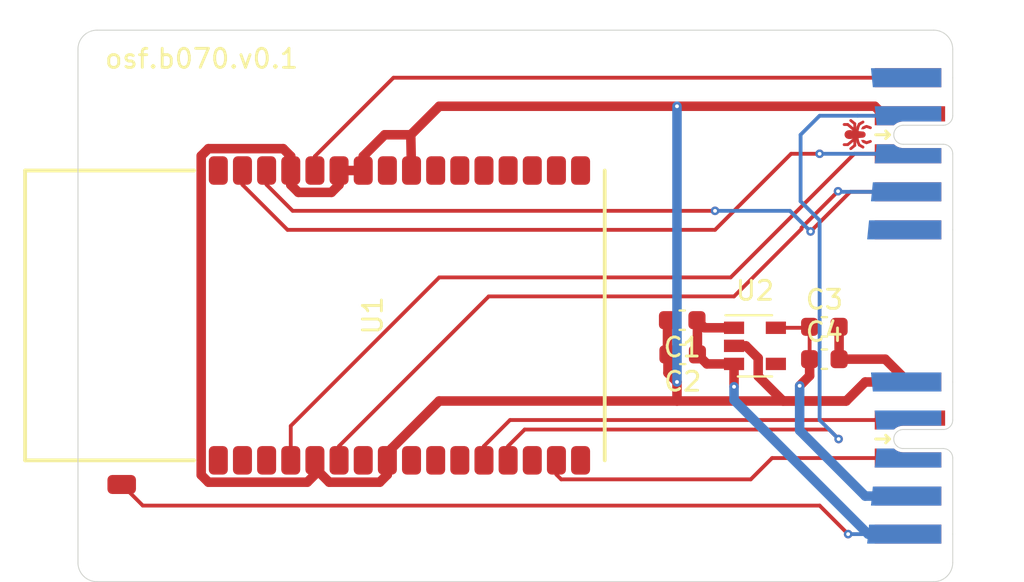
<source format=kicad_pcb>
(kicad_pcb (version 20171130) (host pcbnew "(5.1.8)-1")

  (general
    (thickness 1.6)
    (drawings 11)
    (tracks 133)
    (zones 0)
    (modules 8)
    (nets 36)
  )

  (page A4)
  (layers
    (0 F.Cu signal)
    (31 B.Cu signal)
    (32 B.Adhes user)
    (33 F.Adhes user)
    (34 B.Paste user)
    (35 F.Paste user)
    (36 B.SilkS user)
    (37 F.SilkS user)
    (38 B.Mask user)
    (39 F.Mask user)
    (40 Dwgs.User user)
    (41 Cmts.User user)
    (42 Eco1.User user)
    (43 Eco2.User user)
    (44 Edge.Cuts user)
    (45 Margin user)
    (46 B.CrtYd user)
    (47 F.CrtYd user)
    (48 B.Fab user)
    (49 F.Fab user)
  )

  (setup
    (last_trace_width 0.15)
    (user_trace_width 0.2)
    (user_trace_width 0.5)
    (trace_clearance 0.15)
    (zone_clearance 0.4)
    (zone_45_only no)
    (trace_min 0.15)
    (via_size 0.45)
    (via_drill 0.2)
    (via_min_size 0.45)
    (via_min_drill 0.2)
    (uvia_size 0.3)
    (uvia_drill 0.1)
    (uvias_allowed no)
    (uvia_min_size 0.2)
    (uvia_min_drill 0.1)
    (edge_width 0.05)
    (segment_width 0.2)
    (pcb_text_width 0.3)
    (pcb_text_size 1.5 1.5)
    (mod_edge_width 0.12)
    (mod_text_size 1 1)
    (mod_text_width 0.15)
    (pad_size 1.524 1.524)
    (pad_drill 0.762)
    (pad_to_mask_clearance 0.04)
    (solder_mask_min_width 0.1)
    (aux_axis_origin 0 0)
    (visible_elements 7FFFFFFF)
    (pcbplotparams
      (layerselection 0x010fc_ffffffff)
      (usegerberextensions false)
      (usegerberattributes false)
      (usegerberadvancedattributes false)
      (creategerberjobfile false)
      (excludeedgelayer true)
      (linewidth 0.100000)
      (plotframeref false)
      (viasonmask false)
      (mode 1)
      (useauxorigin false)
      (hpglpennumber 1)
      (hpglpenspeed 20)
      (hpglpendiameter 15.000000)
      (psnegative false)
      (psa4output false)
      (plotreference true)
      (plotvalue true)
      (plotinvisibletext false)
      (padsonsilk false)
      (subtractmaskfromsilk false)
      (outputformat 1)
      (mirror false)
      (drillshape 0)
      (scaleselection 1)
      (outputdirectory "../../../../../../../../Google Drive/PCBBestellung/12Dezember/101221/"))
  )

  (net 0 "")
  (net 1 GND)
  (net 2 "Net-(U1-Pad32)")
  (net 3 "Net-(U1-Pad25)")
  (net 4 "Net-(U1-Pad23)")
  (net 5 "Net-(U1-Pad21)")
  (net 6 "Net-(U1-Pad20)")
  (net 7 "Net-(U1-Pad19)")
  (net 8 "Net-(U1-Pad18)")
  (net 9 "Net-(U1-Pad17)")
  (net 10 "Net-(U1-Pad16)")
  (net 11 "Net-(U1-Pad14)")
  (net 12 "Net-(U1-Pad11)")
  (net 13 "Net-(U1-Pad10)")
  (net 14 "Net-(U1-Pad9)")
  (net 15 "Net-(U1-Pad7)")
  (net 16 "Net-(U1-Pad3)")
  (net 17 "Net-(U1-Pad2)")
  (net 18 "Net-(U1-Pad1)")
  (net 19 "Net-(J1-Pad7)")
  (net 20 "Net-(J1-Pad9)")
  (net 21 "Net-(J1-Pad8)")
  (net 22 "Net-(J1-Pad6)")
  (net 23 "Net-(J1-Pad10)")
  (net 24 "Net-(J1-Pad5)")
  (net 25 "Net-(J1-Pad3)")
  (net 26 "Net-(J1-Pad4)")
  (net 27 "Net-(J1-Pad2)")
  (net 28 "Net-(J2-Pad2)")
  (net 29 "Net-(J2-Pad3)")
  (net 30 "Net-(J2-Pad7)")
  (net 31 "Net-(J2-Pad6)")
  (net 32 "Net-(J2-Pad5)")
  (net 33 +5V)
  (net 34 +3V3)
  (net 35 "Net-(U2-Pad4)")

  (net_class Default "This is the default net class."
    (clearance 0.15)
    (trace_width 0.15)
    (via_dia 0.45)
    (via_drill 0.2)
    (uvia_dia 0.3)
    (uvia_drill 0.1)
    (add_net +3V3)
    (add_net +5V)
    (add_net GND)
    (add_net "Net-(J1-Pad10)")
    (add_net "Net-(J1-Pad2)")
    (add_net "Net-(J1-Pad3)")
    (add_net "Net-(J1-Pad4)")
    (add_net "Net-(J1-Pad5)")
    (add_net "Net-(J1-Pad6)")
    (add_net "Net-(J1-Pad7)")
    (add_net "Net-(J1-Pad8)")
    (add_net "Net-(J1-Pad9)")
    (add_net "Net-(J2-Pad2)")
    (add_net "Net-(J2-Pad3)")
    (add_net "Net-(J2-Pad5)")
    (add_net "Net-(J2-Pad6)")
    (add_net "Net-(J2-Pad7)")
    (add_net "Net-(U1-Pad1)")
    (add_net "Net-(U1-Pad10)")
    (add_net "Net-(U1-Pad11)")
    (add_net "Net-(U1-Pad14)")
    (add_net "Net-(U1-Pad16)")
    (add_net "Net-(U1-Pad17)")
    (add_net "Net-(U1-Pad18)")
    (add_net "Net-(U1-Pad19)")
    (add_net "Net-(U1-Pad2)")
    (add_net "Net-(U1-Pad20)")
    (add_net "Net-(U1-Pad21)")
    (add_net "Net-(U1-Pad23)")
    (add_net "Net-(U1-Pad25)")
    (add_net "Net-(U1-Pad3)")
    (add_net "Net-(U1-Pad32)")
    (add_net "Net-(U1-Pad7)")
    (add_net "Net-(U1-Pad9)")
    (add_net "Net-(U2-Pad4)")
  )

  (module Package_TO_SOT_SMD:SOT-23-5 (layer F.Cu) (tedit 5A02FF57) (tstamp 61B08329)
    (at 87.6 90.6)
    (descr "5-pin SOT23 package")
    (tags SOT-23-5)
    (path /61B08197/60BC600F)
    (attr smd)
    (fp_text reference U2 (at 0 -2.9) (layer F.SilkS)
      (effects (font (size 1 1) (thickness 0.15)))
    )
    (fp_text value TC1017-xCT (at 0 2.9) (layer F.Fab)
      (effects (font (size 1 1) (thickness 0.15)))
    )
    (fp_line (start 0.9 -1.55) (end 0.9 1.55) (layer F.Fab) (width 0.1))
    (fp_line (start 0.9 1.55) (end -0.9 1.55) (layer F.Fab) (width 0.1))
    (fp_line (start -0.9 -0.9) (end -0.9 1.55) (layer F.Fab) (width 0.1))
    (fp_line (start 0.9 -1.55) (end -0.25 -1.55) (layer F.Fab) (width 0.1))
    (fp_line (start -0.9 -0.9) (end -0.25 -1.55) (layer F.Fab) (width 0.1))
    (fp_line (start -1.9 1.8) (end -1.9 -1.8) (layer F.CrtYd) (width 0.05))
    (fp_line (start 1.9 1.8) (end -1.9 1.8) (layer F.CrtYd) (width 0.05))
    (fp_line (start 1.9 -1.8) (end 1.9 1.8) (layer F.CrtYd) (width 0.05))
    (fp_line (start -1.9 -1.8) (end 1.9 -1.8) (layer F.CrtYd) (width 0.05))
    (fp_line (start 0.9 -1.61) (end -1.55 -1.61) (layer F.SilkS) (width 0.12))
    (fp_line (start -0.9 1.61) (end 0.9 1.61) (layer F.SilkS) (width 0.12))
    (fp_text user %R (at 0 0 90) (layer F.Fab)
      (effects (font (size 0.5 0.5) (thickness 0.075)))
    )
    (pad 5 smd rect (at 1.1 -0.95) (size 1.06 0.65) (layers F.Cu F.Paste F.Mask)
      (net 34 +3V3))
    (pad 4 smd rect (at 1.1 0.95) (size 1.06 0.65) (layers F.Cu F.Paste F.Mask)
      (net 35 "Net-(U2-Pad4)"))
    (pad 3 smd rect (at -1.1 0.95) (size 1.06 0.65) (layers F.Cu F.Paste F.Mask)
      (net 33 +5V))
    (pad 2 smd rect (at -1.1 0) (size 1.06 0.65) (layers F.Cu F.Paste F.Mask)
      (net 1 GND))
    (pad 1 smd rect (at -1.1 -0.95) (size 1.06 0.65) (layers F.Cu F.Paste F.Mask)
      (net 33 +5V))
    (model ${KISYS3DMOD}/Package_TO_SOT_SMD.3dshapes/SOT-23-5.wrl
      (at (xyz 0 0 0))
      (scale (xyz 1 1 1))
      (rotate (xyz 0 0 0))
    )
  )

  (module Capacitor_SMD:C_0603_1608Metric (layer F.Cu) (tedit 5F68FEEE) (tstamp 61B081CC)
    (at 91.25 91.3)
    (descr "Capacitor SMD 0603 (1608 Metric), square (rectangular) end terminal, IPC_7351 nominal, (Body size source: IPC-SM-782 page 76, https://www.pcb-3d.com/wordpress/wp-content/uploads/ipc-sm-782a_amendment_1_and_2.pdf), generated with kicad-footprint-generator")
    (tags capacitor)
    (path /61B08197/60BCD992)
    (attr smd)
    (fp_text reference C4 (at 0 -1.43) (layer F.SilkS)
      (effects (font (size 1 1) (thickness 0.15)))
    )
    (fp_text value 1uF (at 0 1.43) (layer F.Fab)
      (effects (font (size 1 1) (thickness 0.15)))
    )
    (fp_line (start 1.48 0.73) (end -1.48 0.73) (layer F.CrtYd) (width 0.05))
    (fp_line (start 1.48 -0.73) (end 1.48 0.73) (layer F.CrtYd) (width 0.05))
    (fp_line (start -1.48 -0.73) (end 1.48 -0.73) (layer F.CrtYd) (width 0.05))
    (fp_line (start -1.48 0.73) (end -1.48 -0.73) (layer F.CrtYd) (width 0.05))
    (fp_line (start -0.14058 0.51) (end 0.14058 0.51) (layer F.SilkS) (width 0.12))
    (fp_line (start -0.14058 -0.51) (end 0.14058 -0.51) (layer F.SilkS) (width 0.12))
    (fp_line (start 0.8 0.4) (end -0.8 0.4) (layer F.Fab) (width 0.1))
    (fp_line (start 0.8 -0.4) (end 0.8 0.4) (layer F.Fab) (width 0.1))
    (fp_line (start -0.8 -0.4) (end 0.8 -0.4) (layer F.Fab) (width 0.1))
    (fp_line (start -0.8 0.4) (end -0.8 -0.4) (layer F.Fab) (width 0.1))
    (fp_text user %R (at 0 0) (layer F.Fab)
      (effects (font (size 0.4 0.4) (thickness 0.06)))
    )
    (pad 2 smd roundrect (at 0.775 0) (size 0.9 0.95) (layers F.Cu F.Paste F.Mask) (roundrect_rratio 0.25)
      (net 1 GND))
    (pad 1 smd roundrect (at -0.775 0) (size 0.9 0.95) (layers F.Cu F.Paste F.Mask) (roundrect_rratio 0.25)
      (net 34 +3V3))
    (model ${KISYS3DMOD}/Capacitor_SMD.3dshapes/C_0603_1608Metric.wrl
      (at (xyz 0 0 0))
      (scale (xyz 1 1 1))
      (rotate (xyz 0 0 0))
    )
  )

  (module Capacitor_SMD:C_0603_1608Metric (layer F.Cu) (tedit 5F68FEEE) (tstamp 61B081BB)
    (at 91.25 89.6)
    (descr "Capacitor SMD 0603 (1608 Metric), square (rectangular) end terminal, IPC_7351 nominal, (Body size source: IPC-SM-782 page 76, https://www.pcb-3d.com/wordpress/wp-content/uploads/ipc-sm-782a_amendment_1_and_2.pdf), generated with kicad-footprint-generator")
    (tags capacitor)
    (path /61B08197/60BC7E7F)
    (attr smd)
    (fp_text reference C3 (at 0 -1.43) (layer F.SilkS)
      (effects (font (size 1 1) (thickness 0.15)))
    )
    (fp_text value 10uF (at 0 1.43) (layer F.Fab)
      (effects (font (size 1 1) (thickness 0.15)))
    )
    (fp_line (start 1.48 0.73) (end -1.48 0.73) (layer F.CrtYd) (width 0.05))
    (fp_line (start 1.48 -0.73) (end 1.48 0.73) (layer F.CrtYd) (width 0.05))
    (fp_line (start -1.48 -0.73) (end 1.48 -0.73) (layer F.CrtYd) (width 0.05))
    (fp_line (start -1.48 0.73) (end -1.48 -0.73) (layer F.CrtYd) (width 0.05))
    (fp_line (start -0.14058 0.51) (end 0.14058 0.51) (layer F.SilkS) (width 0.12))
    (fp_line (start -0.14058 -0.51) (end 0.14058 -0.51) (layer F.SilkS) (width 0.12))
    (fp_line (start 0.8 0.4) (end -0.8 0.4) (layer F.Fab) (width 0.1))
    (fp_line (start 0.8 -0.4) (end 0.8 0.4) (layer F.Fab) (width 0.1))
    (fp_line (start -0.8 -0.4) (end 0.8 -0.4) (layer F.Fab) (width 0.1))
    (fp_line (start -0.8 0.4) (end -0.8 -0.4) (layer F.Fab) (width 0.1))
    (fp_text user %R (at 0 0) (layer F.Fab)
      (effects (font (size 0.4 0.4) (thickness 0.06)))
    )
    (pad 2 smd roundrect (at 0.775 0) (size 0.9 0.95) (layers F.Cu F.Paste F.Mask) (roundrect_rratio 0.25)
      (net 1 GND))
    (pad 1 smd roundrect (at -0.775 0) (size 0.9 0.95) (layers F.Cu F.Paste F.Mask) (roundrect_rratio 0.25)
      (net 34 +3V3))
    (model ${KISYS3DMOD}/Capacitor_SMD.3dshapes/C_0603_1608Metric.wrl
      (at (xyz 0 0 0))
      (scale (xyz 1 1 1))
      (rotate (xyz 0 0 0))
    )
  )

  (module Capacitor_SMD:C_0603_1608Metric (layer F.Cu) (tedit 5F68FEEE) (tstamp 61B081AA)
    (at 83.8 91.05 180)
    (descr "Capacitor SMD 0603 (1608 Metric), square (rectangular) end terminal, IPC_7351 nominal, (Body size source: IPC-SM-782 page 76, https://www.pcb-3d.com/wordpress/wp-content/uploads/ipc-sm-782a_amendment_1_and_2.pdf), generated with kicad-footprint-generator")
    (tags capacitor)
    (path /61B08197/60BC7848)
    (attr smd)
    (fp_text reference C2 (at 0 -1.43) (layer F.SilkS)
      (effects (font (size 1 1) (thickness 0.15)))
    )
    (fp_text value 1uF (at 0 1.43) (layer F.Fab)
      (effects (font (size 1 1) (thickness 0.15)))
    )
    (fp_line (start 1.48 0.73) (end -1.48 0.73) (layer F.CrtYd) (width 0.05))
    (fp_line (start 1.48 -0.73) (end 1.48 0.73) (layer F.CrtYd) (width 0.05))
    (fp_line (start -1.48 -0.73) (end 1.48 -0.73) (layer F.CrtYd) (width 0.05))
    (fp_line (start -1.48 0.73) (end -1.48 -0.73) (layer F.CrtYd) (width 0.05))
    (fp_line (start -0.14058 0.51) (end 0.14058 0.51) (layer F.SilkS) (width 0.12))
    (fp_line (start -0.14058 -0.51) (end 0.14058 -0.51) (layer F.SilkS) (width 0.12))
    (fp_line (start 0.8 0.4) (end -0.8 0.4) (layer F.Fab) (width 0.1))
    (fp_line (start 0.8 -0.4) (end 0.8 0.4) (layer F.Fab) (width 0.1))
    (fp_line (start -0.8 -0.4) (end 0.8 -0.4) (layer F.Fab) (width 0.1))
    (fp_line (start -0.8 0.4) (end -0.8 -0.4) (layer F.Fab) (width 0.1))
    (fp_text user %R (at 0 0) (layer F.Fab)
      (effects (font (size 0.4 0.4) (thickness 0.06)))
    )
    (pad 2 smd roundrect (at 0.775 0 180) (size 0.9 0.95) (layers F.Cu F.Paste F.Mask) (roundrect_rratio 0.25)
      (net 1 GND))
    (pad 1 smd roundrect (at -0.775 0 180) (size 0.9 0.95) (layers F.Cu F.Paste F.Mask) (roundrect_rratio 0.25)
      (net 33 +5V))
    (model ${KISYS3DMOD}/Capacitor_SMD.3dshapes/C_0603_1608Metric.wrl
      (at (xyz 0 0 0))
      (scale (xyz 1 1 1))
      (rotate (xyz 0 0 0))
    )
  )

  (module Capacitor_SMD:C_0603_1608Metric (layer F.Cu) (tedit 5F68FEEE) (tstamp 61B08199)
    (at 83.775 89.25 180)
    (descr "Capacitor SMD 0603 (1608 Metric), square (rectangular) end terminal, IPC_7351 nominal, (Body size source: IPC-SM-782 page 76, https://www.pcb-3d.com/wordpress/wp-content/uploads/ipc-sm-782a_amendment_1_and_2.pdf), generated with kicad-footprint-generator")
    (tags capacitor)
    (path /61B08197/60BCBACC)
    (attr smd)
    (fp_text reference C1 (at 0 -1.43) (layer F.SilkS)
      (effects (font (size 1 1) (thickness 0.15)))
    )
    (fp_text value 100nF (at 0 1.43) (layer F.Fab)
      (effects (font (size 1 1) (thickness 0.15)))
    )
    (fp_line (start 1.48 0.73) (end -1.48 0.73) (layer F.CrtYd) (width 0.05))
    (fp_line (start 1.48 -0.73) (end 1.48 0.73) (layer F.CrtYd) (width 0.05))
    (fp_line (start -1.48 -0.73) (end 1.48 -0.73) (layer F.CrtYd) (width 0.05))
    (fp_line (start -1.48 0.73) (end -1.48 -0.73) (layer F.CrtYd) (width 0.05))
    (fp_line (start -0.14058 0.51) (end 0.14058 0.51) (layer F.SilkS) (width 0.12))
    (fp_line (start -0.14058 -0.51) (end 0.14058 -0.51) (layer F.SilkS) (width 0.12))
    (fp_line (start 0.8 0.4) (end -0.8 0.4) (layer F.Fab) (width 0.1))
    (fp_line (start 0.8 -0.4) (end 0.8 0.4) (layer F.Fab) (width 0.1))
    (fp_line (start -0.8 -0.4) (end 0.8 -0.4) (layer F.Fab) (width 0.1))
    (fp_line (start -0.8 0.4) (end -0.8 -0.4) (layer F.Fab) (width 0.1))
    (fp_text user %R (at 0 0) (layer F.Fab)
      (effects (font (size 0.4 0.4) (thickness 0.06)))
    )
    (pad 2 smd roundrect (at 0.775 0 180) (size 0.9 0.95) (layers F.Cu F.Paste F.Mask) (roundrect_rratio 0.25)
      (net 1 GND))
    (pad 1 smd roundrect (at -0.775 0 180) (size 0.9 0.95) (layers F.Cu F.Paste F.Mask) (roundrect_rratio 0.25)
      (net 33 +5V))
    (model ${KISYS3DMOD}/Capacitor_SMD.3dshapes/C_0603_1608Metric.wrl
      (at (xyz 0 0 0))
      (scale (xyz 1 1 1))
      (rotate (xyz 0 0 0))
    )
  )

  (module on_edge:on_edge_2x05_host (layer F.Cu) (tedit 607DF692) (tstamp 61A70282)
    (at 98 96.5 270)
    (path /61A6FD59)
    (attr virtual)
    (fp_text reference J2 (at 0.05 -3.2 180 unlocked) (layer F.Fab)
      (effects (font (size 0.5 0.5) (thickness 0.125)))
    )
    (fp_text value 010_UART (at -1.2 -2 90) (layer F.Fab)
      (effects (font (size 1 1) (thickness 0.15)))
    )
    (fp_line (start -1 4.05) (end -1 3.323) (layer F.SilkS) (width 0.153))
    (fp_line (start -0.8 3.523) (end -1 3.323) (layer F.SilkS) (width 0.153))
    (fp_line (start -1 3.323) (end -1.2 3.523) (layer F.SilkS) (width 0.153))
    (fp_line (start -1.5 0.5) (end -1.5 2.6) (layer Edge.Cuts) (width 0.05))
    (fp_line (start -0.5 2.6) (end -0.5 0.5) (layer Edge.Cuts) (width 0.05))
    (fp_line (start -4 0) (end -2 0) (layer Edge.Cuts) (width 0.05))
    (fp_line (start 0 0) (end 4 0) (layer Edge.Cuts) (width 0.05))
    (fp_line (start -5 5) (end 5 5) (layer F.CrtYd) (width 0.05))
    (fp_line (start 5 5) (end 5 -0.5) (layer F.CrtYd) (width 0.05))
    (fp_line (start 5 -0.5) (end -5 -0.5) (layer F.CrtYd) (width 0.05))
    (fp_line (start -5 -0.5) (end -5 5) (layer F.CrtYd) (width 0.05))
    (fp_line (start 5 5) (end -5 5) (layer B.CrtYd) (width 0.05))
    (fp_line (start -5 5) (end -5 -0.5) (layer B.CrtYd) (width 0.05))
    (fp_line (start -5 -0.5) (end 5 -0.5) (layer B.CrtYd) (width 0.05))
    (fp_line (start 5 -0.5) (end 5 5) (layer B.CrtYd) (width 0.05))
    (fp_arc (start 0 0.5) (end 0 0) (angle -90) (layer Edge.Cuts) (width 0.05))
    (fp_arc (start -2 0.5) (end -1.5 0.5) (angle -90) (layer Edge.Cuts) (width 0.05))
    (fp_arc (start -1 2.6) (end -1.5 2.6) (angle -180) (layer Edge.Cuts) (width 0.05))
    (pad 2 smd custom (at -2 3.6 270) (size 1 1) (layers F.Cu F.Mask)
      (net 28 "Net-(J2-Pad2)") (zone_connect 0)
      (options (clearance outline) (anchor rect))
      (primitives
        (gr_poly (pts
           (xy 0.3 -0.99) (xy 0.31 -0.88) (xy 0.33 -0.8) (xy 0.35 -0.74) (xy 0.37 -0.69)
           (xy 0.4 -0.64) (xy 0.44 -0.58) (xy 0.48 -0.53) (xy 0.5 -0.51) (xy 0.5 0.5)
           (xy -0.5 0.5) (xy -0.5 -3.2) (xy 0.3 -3.2)) (width 0))
      ))
    (pad 3 smd custom (at 0 3.6 270) (size 1 1) (layers F.Cu F.Mask)
      (net 29 "Net-(J2-Pad3)") (zone_connect 0)
      (options (clearance outline) (anchor rect))
      (primitives
        (gr_poly (pts
           (xy -0.3 -0.99) (xy -0.31 -0.88) (xy -0.33 -0.8) (xy -0.35 -0.74) (xy -0.37 -0.69)
           (xy -0.4 -0.64) (xy -0.44 -0.58) (xy -0.48 -0.53) (xy -0.5 -0.51) (xy -0.5 0.5)
           (xy 0.5 0.5) (xy 0.5 -3) (xy -0.3 -3)) (width 0))
      ))
    (pad 8 smd custom (at 0 2.1 90) (size 0.4 0.4) (layers B.Cu B.Mask)
      (zone_connect 0)
      (options (clearance outline) (anchor rect))
      (primitives
        (gr_poly (pts
           (xy 0.3 -0.51) (xy 0.31 -0.62) (xy 0.33 -0.7) (xy 0.35 -0.76) (xy 0.37 -0.81)
           (xy 0.4 -0.86) (xy 0.44 -0.92) (xy 0.48 -0.97) (xy 0.5 -0.99) (xy 0.5 -1.9)
           (xy -0.5 -2) (xy -0.5 1.5) (xy 0.3 1.5)) (width 0))
      ))
    (pad 7 smd custom (at -2 2.1 90) (size 0.4 0.4) (layers B.Cu B.Mask)
      (net 30 "Net-(J2-Pad7)") (zone_connect 0)
      (options (clearance outline) (anchor rect))
      (primitives
        (gr_poly (pts
           (xy -0.3 -0.51) (xy -0.31 -0.62) (xy -0.33 -0.7) (xy -0.35 -0.76) (xy -0.37 -0.81)
           (xy -0.4 -0.86) (xy -0.44 -0.92) (xy -0.48 -0.97) (xy -0.5 -0.99) (xy -0.5 -1.9)
           (xy 0.5 -2) (xy 0.5 1.5) (xy -0.3 1.5)) (width 0))
      ))
    (pad 4 smd rect (at 2 2.35 270) (size 1 3.5) (layers F.Cu F.Mask)
      (zone_connect 0))
    (pad 10 smd custom (at 4 2.5 90) (size 1 3.8) (layers B.Cu B.Mask)
      (net 33 +5V) (zone_connect 0)
      (options (clearance outline) (anchor rect))
      (primitives
        (gr_poly (pts
           (xy 0.5 -1.9) (xy -0.5 -2) (xy -0.5 -1.9)) (width 0))
      ))
    (pad 9 smd custom (at 2 2.4 90) (size 1 3.6) (layers B.Cu B.Mask)
      (net 34 +3V3) (zone_connect 0)
      (options (clearance outline) (anchor rect))
      (primitives
        (gr_poly (pts
           (xy 0.5 -1.8) (xy -0.5 -1.9) (xy -0.5 -1.8)) (width 0))
      ))
    (pad 6 smd custom (at -4 2.4 90) (size 1 3.6) (layers B.Cu B.Mask)
      (net 31 "Net-(J2-Pad6)") (zone_connect 0)
      (options (clearance outline) (anchor rect))
      (primitives
        (gr_poly (pts
           (xy 0.5 -1.8) (xy 0.5 -1.9) (xy -0.5 -1.8)) (width 0))
      ))
    (pad 5 smd rect (at 4 2.35 270) (size 1 3.5) (layers F.Cu F.Mask)
      (net 32 "Net-(J2-Pad5)") (zone_connect 0))
    (pad 1 smd rect (at -4 2.35 270) (size 1 3.5) (layers F.Cu F.Mask)
      (net 1 GND) (zone_connect 0))
  )

  (module on_edge:debug_edge_2x05_host (layer F.Cu) (tedit 602054F7) (tstamp 61A70262)
    (at 98 80.5 270)
    (path /61A6C8B8)
    (attr virtual)
    (fp_text reference J1 (at 0.05 -3.2 180 unlocked) (layer F.Fab)
      (effects (font (size 0.5 0.5) (thickness 0.125)))
    )
    (fp_text value DebugEdge_02x05 (at -1.2 -2 270) (layer F.Fab)
      (effects (font (size 1 1) (thickness 0.15)))
    )
    (fp_poly (pts (xy -0.67 4.56) (xy -0.73 4.68) (xy -0.73 4.82) (xy -0.6 4.76)
      (xy -0.53 4.61) (xy -0.62 4.64)) (layer F.Mask) (width 0.001))
    (fp_line (start -0.58 4.54) (end -0.64 4.67) (layer F.Mask) (width 0.15))
    (fp_line (start -0.65 4.33) (end -0.58 4.53) (layer F.Mask) (width 0.15))
    (fp_line (start -1.01 5.46) (end -1.01 5.39) (layer F.Mask) (width 0.46))
    (fp_line (start -1.01 5.51) (end -1.01 4.74) (layer F.Mask) (width 0.32))
    (fp_line (start -1.09 5.4) (end -1.02 4.74) (layer F.Mask) (width 0.3))
    (fp_line (start -1.26 5.19) (end -1.54 5.52) (layer F.Mask) (width 0.15))
    (fp_line (start -1.54 5.71) (end -1.54 5.52) (layer F.Mask) (width 0.15))
    (fp_line (start -1.21 5.15) (end -1.58 5.15) (layer F.Mask) (width 0.15))
    (fp_line (start -1.75 5.36) (end -1.58 5.15) (layer F.Mask) (width 0.15))
    (fp_line (start -1.39 4.99) (end -1.13 5.04) (layer F.Mask) (width 0.15))
    (fp_line (start -1.39 4.99) (end -1.55 4.92) (layer F.Mask) (width 0.15))
    (fp_line (start -1.67 4.72) (end -1.56 4.91) (layer F.Mask) (width 0.15))
    (fp_poly (pts (xy -1.35 4.56) (xy -1.29 4.68) (xy -1.29 4.82) (xy -1.42 4.76)
      (xy -1.49 4.61) (xy -1.4 4.64)) (layer F.Mask) (width 0.001))
    (fp_line (start -1.44 4.54) (end -1.38 4.67) (layer F.Mask) (width 0.15))
    (fp_line (start -1.37 4.33) (end -1.44 4.53) (layer F.Mask) (width 0.15))
    (fp_line (start -0.93 5.4) (end -1 4.74) (layer F.Mask) (width 0.3))
    (fp_line (start -0.76 5.19) (end -0.48 5.52) (layer F.Mask) (width 0.15))
    (fp_line (start -0.48 5.71) (end -0.48 5.52) (layer F.Mask) (width 0.15))
    (fp_line (start -0.81 5.15) (end -0.44 5.15) (layer F.Mask) (width 0.15))
    (fp_line (start -0.27 5.36) (end -0.44 5.15) (layer F.Mask) (width 0.15))
    (fp_line (start -0.63 4.99) (end -0.89 5.04) (layer F.Mask) (width 0.15))
    (fp_line (start -0.63 4.99) (end -0.47 4.92) (layer F.Mask) (width 0.15))
    (fp_line (start -0.35 4.72) (end -0.46 4.91) (layer F.Mask) (width 0.15))
    (fp_line (start -1.01 5.46) (end -1.01 5.39) (layer F.Cu) (width 0.46))
    (fp_line (start -1.09 5.4) (end -1.02 4.74) (layer F.Cu) (width 0.3))
    (fp_line (start -1.26 5.19) (end -1.54 5.52) (layer F.Cu) (width 0.15))
    (fp_line (start -1.54 5.71) (end -1.54 5.52) (layer F.Cu) (width 0.15))
    (fp_line (start -1.21 5.15) (end -1.58 5.15) (layer F.Cu) (width 0.15))
    (fp_line (start -1.75 5.36) (end -1.58 5.15) (layer F.Cu) (width 0.15))
    (fp_line (start -1.39 4.99) (end -1.13 5.04) (layer F.Cu) (width 0.15))
    (fp_line (start -1.39 4.99) (end -1.55 4.92) (layer F.Cu) (width 0.15))
    (fp_line (start -1.67 4.72) (end -1.56 4.91) (layer F.Cu) (width 0.15))
    (fp_poly (pts (xy -1.35 4.56) (xy -1.29 4.68) (xy -1.29 4.82) (xy -1.42 4.76)
      (xy -1.49 4.61) (xy -1.4 4.64)) (layer F.Cu) (width 0.001))
    (fp_line (start -1.44 4.54) (end -1.38 4.67) (layer F.Cu) (width 0.15))
    (fp_line (start -1.37 4.33) (end -1.44 4.53) (layer F.Cu) (width 0.15))
    (fp_line (start 5 -0.5) (end 5 5) (layer B.CrtYd) (width 0.05))
    (fp_line (start -5 -0.5) (end 5 -0.5) (layer B.CrtYd) (width 0.05))
    (fp_line (start -5 5) (end -5 -0.5) (layer B.CrtYd) (width 0.05))
    (fp_line (start 5 5) (end -5 5) (layer B.CrtYd) (width 0.05))
    (fp_line (start -5 -0.5) (end -5 5) (layer F.CrtYd) (width 0.05))
    (fp_line (start 5 -0.5) (end -5 -0.5) (layer F.CrtYd) (width 0.05))
    (fp_line (start 5 5) (end 5 -0.5) (layer F.CrtYd) (width 0.05))
    (fp_line (start -5 5) (end 5 5) (layer F.CrtYd) (width 0.05))
    (fp_line (start 0 0) (end 4 0) (layer Edge.Cuts) (width 0.05))
    (fp_line (start -4 0) (end -2 0) (layer Edge.Cuts) (width 0.05))
    (fp_line (start -0.5 2.6) (end -0.5 0.5) (layer Edge.Cuts) (width 0.05))
    (fp_line (start -1.5 0.5) (end -1.5 2.6) (layer Edge.Cuts) (width 0.05))
    (fp_line (start -1 3.323) (end -1.2 3.523) (layer F.SilkS) (width 0.153))
    (fp_line (start -0.8 3.523) (end -1 3.323) (layer F.SilkS) (width 0.153))
    (fp_line (start -1 4.05) (end -1 3.323) (layer F.SilkS) (width 0.153))
    (fp_line (start -0.93 5.4) (end -1 4.74) (layer F.Cu) (width 0.3))
    (fp_line (start -0.76 5.19) (end -0.48 5.52) (layer F.Cu) (width 0.15))
    (fp_line (start -0.48 5.71) (end -0.48 5.52) (layer F.Cu) (width 0.15))
    (fp_line (start -0.81 5.15) (end -0.44 5.15) (layer F.Cu) (width 0.15))
    (fp_line (start -0.27 5.36) (end -0.44 5.15) (layer F.Cu) (width 0.15))
    (fp_line (start -0.63 4.99) (end -0.89 5.04) (layer F.Cu) (width 0.15))
    (fp_line (start -0.63 4.99) (end -0.47 4.92) (layer F.Cu) (width 0.15))
    (fp_line (start -0.35 4.72) (end -0.46 4.91) (layer F.Cu) (width 0.15))
    (fp_poly (pts (xy -0.67 4.56) (xy -0.73 4.68) (xy -0.73 4.82) (xy -0.6 4.76)
      (xy -0.53 4.61) (xy -0.62 4.64)) (layer F.Cu) (width 0.001))
    (fp_line (start -0.58 4.54) (end -0.64 4.67) (layer F.Cu) (width 0.15))
    (fp_line (start -0.65 4.33) (end -0.58 4.53) (layer F.Cu) (width 0.15))
    (fp_line (start -1.01 5.51) (end -1.01 4.74) (layer F.Cu) (width 0.32))
    (fp_arc (start -1 2.6) (end -1.5 2.6) (angle -180) (layer Edge.Cuts) (width 0.05))
    (fp_arc (start -2 0.5) (end -1.5 0.5) (angle -90) (layer Edge.Cuts) (width 0.05))
    (fp_arc (start 0 0.5) (end 0 0) (angle -90) (layer Edge.Cuts) (width 0.05))
    (pad 7 smd rect (at -4 2.35 270) (size 1 3.5) (layers F.Cu F.Mask)
      (net 19 "Net-(J1-Pad7)") (zone_connect 0))
    (pad 9 smd rect (at 4 2.35 270) (size 1 3.5) (layers F.Cu F.Mask)
      (net 20 "Net-(J1-Pad9)") (zone_connect 0))
    (pad 8 smd custom (at -4 2.4 90) (size 1 3.6) (layers B.Cu B.Mask)
      (net 21 "Net-(J1-Pad8)") (zone_connect 0)
      (options (clearance outline) (anchor rect))
      (primitives
        (gr_poly (pts
           (xy 0.5 -1.8) (xy 0.5 -1.9) (xy -0.5 -1.8)) (width 0))
      ))
    (pad 6 smd custom (at 2 2.4 90) (size 1 3.6) (layers B.Cu B.Mask)
      (net 22 "Net-(J1-Pad6)") (zone_connect 0)
      (options (clearance outline) (anchor rect))
      (primitives
        (gr_poly (pts
           (xy 0.5 -1.8) (xy -0.5 -1.9) (xy -0.5 -1.8)) (width 0))
      ))
    (pad 10 smd custom (at 4 2.5 90) (size 1 3.8) (layers B.Cu B.Mask)
      (net 23 "Net-(J1-Pad10)") (zone_connect 0)
      (options (clearance outline) (anchor rect))
      (primitives
        (gr_poly (pts
           (xy 0.5 -1.9) (xy -0.5 -2) (xy -0.5 -1.9)) (width 0))
      ))
    (pad 5 smd rect (at 2 2.35 270) (size 1 3.5) (layers F.Cu F.Mask)
      (net 24 "Net-(J1-Pad5)") (zone_connect 0))
    (pad 3 smd custom (at -2 2.1 90) (size 0.4 0.4) (layers B.Cu B.Mask)
      (net 25 "Net-(J1-Pad3)") (zone_connect 0)
      (options (clearance outline) (anchor rect))
      (primitives
        (gr_poly (pts
           (xy -0.3 -0.51) (xy -0.31 -0.62) (xy -0.33 -0.7) (xy -0.35 -0.76) (xy -0.37 -0.81)
           (xy -0.4 -0.86) (xy -0.44 -0.92) (xy -0.48 -0.97) (xy -0.5 -0.99) (xy -0.5 -1.9)
           (xy 0.5 -2) (xy 0.5 1.5) (xy -0.3 1.5)) (width 0))
      ))
    (pad 4 smd custom (at 0 2.1 90) (size 0.4 0.4) (layers B.Cu B.Mask)
      (net 26 "Net-(J1-Pad4)") (zone_connect 0)
      (options (clearance outline) (anchor rect))
      (primitives
        (gr_poly (pts
           (xy 0.3 -0.51) (xy 0.31 -0.62) (xy 0.33 -0.7) (xy 0.35 -0.76) (xy 0.37 -0.81)
           (xy 0.4 -0.86) (xy 0.44 -0.92) (xy 0.48 -0.97) (xy 0.5 -0.99) (xy 0.5 -1.9)
           (xy -0.5 -2) (xy -0.5 1.5) (xy 0.3 1.5)) (width 0))
      ))
    (pad 2 smd custom (at 0 3.6 270) (size 1 1) (layers F.Cu F.Mask)
      (net 27 "Net-(J1-Pad2)") (zone_connect 0)
      (options (clearance outline) (anchor rect))
      (primitives
        (gr_poly (pts
           (xy -0.3 -0.99) (xy -0.31 -0.88) (xy -0.33 -0.8) (xy -0.35 -0.74) (xy -0.37 -0.69)
           (xy -0.4 -0.64) (xy -0.44 -0.58) (xy -0.48 -0.53) (xy -0.5 -0.51) (xy -0.5 0.5)
           (xy 0.5 0.5) (xy 0.5 -3) (xy -0.3 -3)) (width 0))
      ))
    (pad 1 smd custom (at -2 3.6 270) (size 1 1) (layers F.Cu F.Mask)
      (net 1 GND) (zone_connect 0)
      (options (clearance outline) (anchor rect))
      (primitives
        (gr_poly (pts
           (xy 0.3 -0.99) (xy 0.31 -0.88) (xy 0.33 -0.8) (xy 0.35 -0.74) (xy 0.37 -0.69)
           (xy 0.4 -0.64) (xy 0.44 -0.58) (xy 0.48 -0.53) (xy 0.5 -0.51) (xy 0.5 0.5)
           (xy -0.5 0.5) (xy -0.5 -3.2) (xy 0.3 -3.2)) (width 0))
      ))
  )

  (module parts:stlink-v3mods (layer F.Cu) (tedit 5E6E94D3) (tstamp 61A6FF4B)
    (at 67 89 90)
    (path /61A6CF07)
    (fp_text reference U1 (at 0 0.5 90) (layer F.SilkS)
      (effects (font (size 1 1) (thickness 0.15)))
    )
    (fp_text value STLINK-V3MODS (at 0 -0.5 90) (layer F.Fab)
      (effects (font (size 1 1) (thickness 0.15)))
    )
    (fp_line (start 8.89 -19.05) (end -8.89 -19.05) (layer F.CrtYd) (width 0.05))
    (fp_line (start 8.89 13.97) (end 8.89 -19.05) (layer F.CrtYd) (width 0.05))
    (fp_line (start -8.89 13.97) (end 8.89 13.97) (layer F.CrtYd) (width 0.05))
    (fp_line (start -8.89 -19.05) (end -8.89 13.97) (layer F.CrtYd) (width 0.05))
    (fp_line (start 7.62 12.7) (end 7.62 -8.89) (layer F.Fab) (width 0.1))
    (fp_line (start -7.62 12.7) (end 7.62 12.7) (layer F.Fab) (width 0.1))
    (fp_line (start -7.62 -8.89) (end -7.62 12.7) (layer F.Fab) (width 0.1))
    (fp_line (start -7.62 -17.78) (end -7.62 -8.89) (layer F.Fab) (width 0.1))
    (fp_line (start -2.54 -17.78) (end -7.62 -17.78) (layer F.Fab) (width 0.1))
    (fp_line (start -2.54 -19.05) (end -2.54 -17.78) (layer F.Fab) (width 0.1))
    (fp_line (start 2.54 -19.05) (end -2.54 -19.05) (layer F.Fab) (width 0.1))
    (fp_line (start 2.54 -17.78) (end 2.54 -19.05) (layer F.Fab) (width 0.1))
    (fp_line (start 7.62 -17.78) (end 2.54 -17.78) (layer F.Fab) (width 0.1))
    (fp_line (start 7.62 -8.89) (end 7.62 -17.78) (layer F.Fab) (width 0.1))
    (fp_line (start 7.62 12.7) (end -7.62 12.7) (layer F.SilkS) (width 0.2))
    (fp_line (start -7.62 -17.78) (end -7.62 -8.89) (layer F.SilkS) (width 0.2))
    (fp_line (start 7.62 -17.78) (end -7.62 -17.78) (layer F.SilkS) (width 0.2))
    (fp_line (start 7.62 -8.89) (end 7.62 -17.78) (layer F.SilkS) (width 0.2))
    (pad 33 smd roundrect (at -8.89 -12.7 180) (size 1.5 1) (layers F.Cu F.Paste F.Mask) (roundrect_rratio 0.25)
      (net 33 +5V))
    (pad 32 smd roundrect (at 7.62 -7.62 90) (size 1.5 1) (layers F.Cu F.Paste F.Mask) (roundrect_rratio 0.25)
      (net 2 "Net-(U1-Pad32)"))
    (pad 31 smd roundrect (at 7.62 -6.35 90) (size 1.5 1) (layers F.Cu F.Paste F.Mask) (roundrect_rratio 0.25)
      (net 26 "Net-(J1-Pad4)"))
    (pad 30 smd roundrect (at 7.62 -5.08 90) (size 1.5 1) (layers F.Cu F.Paste F.Mask) (roundrect_rratio 0.25)
      (net 24 "Net-(J1-Pad5)"))
    (pad 29 smd roundrect (at 7.62 -3.81 90) (size 1.5 1) (layers F.Cu F.Paste F.Mask) (roundrect_rratio 0.25)
      (net 1 GND))
    (pad 28 smd roundrect (at 7.62 -2.54 90) (size 1.5 1) (layers F.Cu F.Paste F.Mask) (roundrect_rratio 0.25)
      (net 19 "Net-(J1-Pad7)"))
    (pad 27 smd roundrect (at 7.62 -1.27 90) (size 1.5 1) (layers F.Cu F.Paste F.Mask) (roundrect_rratio 0.25)
      (net 1 GND))
    (pad 26 smd roundrect (at 7.62 0 90) (size 1.5 1) (layers F.Cu F.Paste F.Mask) (roundrect_rratio 0.25)
      (net 1 GND))
    (pad 25 smd roundrect (at 7.62 1.27 90) (size 1.5 1) (layers F.Cu F.Paste F.Mask) (roundrect_rratio 0.25)
      (net 3 "Net-(U1-Pad25)"))
    (pad 24 smd roundrect (at 7.62 2.54 90) (size 1.5 1) (layers F.Cu F.Paste F.Mask) (roundrect_rratio 0.25)
      (net 1 GND))
    (pad 23 smd roundrect (at 7.62 3.81 90) (size 1.5 1) (layers F.Cu F.Paste F.Mask) (roundrect_rratio 0.25)
      (net 4 "Net-(U1-Pad23)"))
    (pad 22 smd roundrect (at 7.62 5.08 90) (size 1.5 1) (layers F.Cu F.Paste F.Mask) (roundrect_rratio 0.25))
    (pad 21 smd roundrect (at 7.62 6.35 90) (size 1.5 1) (layers F.Cu F.Paste F.Mask) (roundrect_rratio 0.25)
      (net 5 "Net-(U1-Pad21)"))
    (pad 20 smd roundrect (at 7.62 7.62 90) (size 1.5 1) (layers F.Cu F.Paste F.Mask) (roundrect_rratio 0.25)
      (net 6 "Net-(U1-Pad20)"))
    (pad 19 smd roundrect (at 7.62 8.89 90) (size 1.5 1) (layers F.Cu F.Paste F.Mask) (roundrect_rratio 0.25)
      (net 7 "Net-(U1-Pad19)"))
    (pad 18 smd roundrect (at 7.62 10.16 90) (size 1.5 1) (layers F.Cu F.Paste F.Mask) (roundrect_rratio 0.25)
      (net 8 "Net-(U1-Pad18)"))
    (pad 17 smd roundrect (at 7.62 11.43 90) (size 1.5 1) (layers F.Cu F.Paste F.Mask) (roundrect_rratio 0.25)
      (net 9 "Net-(U1-Pad17)"))
    (pad 16 smd roundrect (at -7.62 11.43 90) (size 1.5 1) (layers F.Cu F.Paste F.Mask) (roundrect_rratio 0.25)
      (net 10 "Net-(U1-Pad16)"))
    (pad 15 smd roundrect (at -7.62 10.16 90) (size 1.5 1) (layers F.Cu F.Paste F.Mask) (roundrect_rratio 0.25)
      (net 29 "Net-(J2-Pad3)"))
    (pad 14 smd roundrect (at -7.62 8.89 90) (size 1.5 1) (layers F.Cu F.Paste F.Mask) (roundrect_rratio 0.25)
      (net 11 "Net-(U1-Pad14)"))
    (pad 13 smd roundrect (at -7.62 7.62 90) (size 1.5 1) (layers F.Cu F.Paste F.Mask) (roundrect_rratio 0.25)
      (net 25 "Net-(J1-Pad3)"))
    (pad 12 smd roundrect (at -7.62 6.35 90) (size 1.5 1) (layers F.Cu F.Paste F.Mask) (roundrect_rratio 0.25)
      (net 28 "Net-(J2-Pad2)"))
    (pad 11 smd roundrect (at -7.62 5.08 90) (size 1.5 1) (layers F.Cu F.Paste F.Mask) (roundrect_rratio 0.25)
      (net 12 "Net-(U1-Pad11)"))
    (pad 10 smd roundrect (at -7.62 3.81 90) (size 1.5 1) (layers F.Cu F.Paste F.Mask) (roundrect_rratio 0.25)
      (net 13 "Net-(U1-Pad10)"))
    (pad 9 smd roundrect (at -7.62 2.54 90) (size 1.5 1) (layers F.Cu F.Paste F.Mask) (roundrect_rratio 0.25)
      (net 14 "Net-(U1-Pad9)"))
    (pad 8 smd roundrect (at -7.62 1.27 90) (size 1.5 1) (layers F.Cu F.Paste F.Mask) (roundrect_rratio 0.25)
      (net 1 GND))
    (pad 7 smd roundrect (at -7.62 0 90) (size 1.5 1) (layers F.Cu F.Paste F.Mask) (roundrect_rratio 0.25)
      (net 15 "Net-(U1-Pad7)"))
    (pad 6 smd roundrect (at -7.62 -1.27 90) (size 1.5 1) (layers F.Cu F.Paste F.Mask) (roundrect_rratio 0.25)
      (net 22 "Net-(J1-Pad6)"))
    (pad 5 smd roundrect (at -7.62 -2.54 90) (size 1.5 1) (layers F.Cu F.Paste F.Mask) (roundrect_rratio 0.25)
      (net 1 GND))
    (pad 4 smd roundrect (at -7.62 -3.81 90) (size 1.5 1) (layers F.Cu F.Paste F.Mask) (roundrect_rratio 0.25)
      (net 27 "Net-(J1-Pad2)"))
    (pad 3 smd roundrect (at -7.62 -5.08 90) (size 1.5 1) (layers F.Cu F.Paste F.Mask) (roundrect_rratio 0.25)
      (net 16 "Net-(U1-Pad3)"))
    (pad 2 smd roundrect (at -7.62 -6.35 90) (size 1.5 1) (layers F.Cu F.Paste F.Mask) (roundrect_rratio 0.25)
      (net 17 "Net-(U1-Pad2)"))
    (pad 1 smd roundrect (at -7.62 -7.62 90) (size 1.5 1) (layers F.Cu F.Paste F.Mask) (roundrect_rratio 0.25)
      (net 18 "Net-(U1-Pad1)"))
    (model ${KIPRJMOD}/kicad_libs/3dmodels/step/STLINK-V3MODS.step
      (offset (xyz 0 17.5 1.6))
      (scale (xyz 1 1 1))
      (rotate (xyz 0 0 0))
    )
  )

  (gr_line (start 98 92.5) (end 98 84.5) (layer Edge.Cuts) (width 0.05) (tstamp 61A706B2))
  (gr_text osf.b070.v0.1 (at 58.5 75.5) (layer F.SilkS)
    (effects (font (size 1 1) (thickness 0.15)))
  )
  (gr_line (start 98 76.5) (end 98 75) (layer Edge.Cuts) (width 0.05) (tstamp 6083D7CB))
  (gr_line (start 98 102) (end 98 100.5) (layer Edge.Cuts) (width 0.05))
  (gr_line (start 53 74) (end 97 74) (layer Edge.Cuts) (width 0.05) (tstamp 6083D74D))
  (gr_line (start 52 102) (end 52 75) (layer Edge.Cuts) (width 0.05) (tstamp 6083704E))
  (gr_line (start 97 103) (end 53 103) (layer Edge.Cuts) (width 0.05) (tstamp 6083704D))
  (gr_arc (start 53 102) (end 52 102) (angle -90) (layer Edge.Cuts) (width 0.05))
  (gr_arc (start 97 102) (end 97 103) (angle -90) (layer Edge.Cuts) (width 0.05))
  (gr_arc (start 53 75) (end 53 74) (angle -90) (layer Edge.Cuts) (width 0.05))
  (gr_arc (start 97 75) (end 98 75) (angle -90) (layer Edge.Cuts) (width 0.05))

  (segment (start 94.4 78.5) (end 93.9 78) (width 0.5) (layer F.Cu) (net 1))
  (segment (start 71 78) (end 69.54 79.46) (width 0.5) (layer F.Cu) (net 1))
  (segment (start 68.13 79.5) (end 69.5 79.5) (width 0.5) (layer F.Cu) (net 1))
  (segment (start 67 80.63) (end 68.13 79.5) (width 0.5) (layer F.Cu) (net 1))
  (segment (start 67 81.38) (end 67 80.63) (width 0.5) (layer F.Cu) (net 1))
  (segment (start 69.5 79.5) (end 69.54 81.38) (width 0.5) (layer F.Cu) (net 1))
  (segment (start 69.54 79.46) (end 69.5 79.5) (width 0.5) (layer F.Cu) (net 1))
  (segment (start 65.73 81.38) (end 67 81.38) (width 0.5) (layer F.Cu) (net 1))
  (segment (start 65.73 82.13) (end 65.73 81.38) (width 0.5) (layer F.Cu) (net 1))
  (segment (start 65.32999 82.53001) (end 65.73 82.13) (width 0.5) (layer F.Cu) (net 1))
  (segment (start 63.59001 82.53001) (end 65.32999 82.53001) (width 0.5) (layer F.Cu) (net 1))
  (segment (start 63.19 82.13) (end 63.59001 82.53001) (width 0.5) (layer F.Cu) (net 1))
  (segment (start 63.19 81.38) (end 63.19 82.13) (width 0.5) (layer F.Cu) (net 1))
  (segment (start 64.46 97.37) (end 64.46 96.62) (width 0.5) (layer F.Cu) (net 1))
  (segment (start 58.860754 97.77001) (end 64.05999 97.77001) (width 0.5) (layer F.Cu) (net 1))
  (segment (start 58.47999 97.389246) (end 58.860754 97.77001) (width 0.5) (layer F.Cu) (net 1))
  (segment (start 58.47999 80.610754) (end 58.47999 97.389246) (width 0.5) (layer F.Cu) (net 1))
  (segment (start 64.05999 97.77001) (end 64.46 97.37) (width 0.5) (layer F.Cu) (net 1))
  (segment (start 58.860754 80.22999) (end 58.47999 80.610754) (width 0.5) (layer F.Cu) (net 1))
  (segment (start 62.78999 80.22999) (end 58.860754 80.22999) (width 0.5) (layer F.Cu) (net 1))
  (segment (start 63.19 80.63) (end 62.78999 80.22999) (width 0.5) (layer F.Cu) (net 1))
  (segment (start 63.19 81.38) (end 63.19 80.63) (width 0.5) (layer F.Cu) (net 1))
  (segment (start 68.27 97.37) (end 68.27 96.62) (width 0.5) (layer F.Cu) (net 1))
  (segment (start 67.86999 97.77001) (end 68.27 97.37) (width 0.5) (layer F.Cu) (net 1))
  (segment (start 65.210754 97.77001) (end 67.86999 97.77001) (width 0.5) (layer F.Cu) (net 1))
  (segment (start 64.46 97.019256) (end 65.210754 97.77001) (width 0.5) (layer F.Cu) (net 1))
  (segment (start 64.46 96.62) (end 64.46 97.019256) (width 0.5) (layer F.Cu) (net 1))
  (segment (start 93.4 92.5) (end 92.4 93.5) (width 0.5) (layer F.Cu) (net 1))
  (segment (start 95.65 92.5) (end 93.4 92.5) (width 0.5) (layer F.Cu) (net 1))
  (segment (start 68.5 96.39) (end 68.27 96.62) (width 0.5) (layer F.Cu) (net 1))
  (segment (start 68.5 95.990744) (end 68.5 96.39) (width 0.5) (layer F.Cu) (net 1))
  (segment (start 70.990744 93.5) (end 68.5 95.990744) (width 0.5) (layer F.Cu) (net 1))
  (via (at 83.5 92.5) (size 0.45) (drill 0.2) (layers F.Cu B.Cu) (net 1))
  (segment (start 83.5 93.5) (end 83.5 92.5) (width 0.5) (layer F.Cu) (net 1))
  (segment (start 92.4 93.5) (end 83.5 93.5) (width 0.5) (layer F.Cu) (net 1))
  (segment (start 83.5 93.5) (end 70.990744 93.5) (width 0.5) (layer F.Cu) (net 1))
  (via (at 83.5 78) (size 0.45) (drill 0.2) (layers F.Cu B.Cu) (net 1))
  (segment (start 83.5 92.5) (end 83.5 78) (width 0.5) (layer B.Cu) (net 1))
  (segment (start 83.5 78) (end 71 78) (width 0.5) (layer F.Cu) (net 1))
  (segment (start 93.9 78) (end 83.5 78) (width 0.5) (layer F.Cu) (net 1))
  (segment (start 83 91.025) (end 83.025 91.05) (width 0.5) (layer F.Cu) (net 1))
  (segment (start 83 89.25) (end 83 91.025) (width 0.5) (layer F.Cu) (net 1))
  (segment (start 83.025 92.025) (end 83.5 92.5) (width 0.5) (layer F.Cu) (net 1))
  (segment (start 83.025 91.05) (end 83.025 92.025) (width 0.5) (layer F.Cu) (net 1))
  (segment (start 94.45 91.3) (end 95.65 92.5) (width 0.5) (layer F.Cu) (net 1))
  (segment (start 92.025 91.3) (end 94.45 91.3) (width 0.5) (layer F.Cu) (net 1))
  (segment (start 89.074998 93.5) (end 92.4 93.5) (width 0.5) (layer F.Cu) (net 1))
  (segment (start 87.769999 92.195001) (end 89.074998 93.5) (width 0.5) (layer F.Cu) (net 1))
  (segment (start 87.769999 91.244997) (end 87.769999 92.195001) (width 0.5) (layer F.Cu) (net 1))
  (segment (start 87.125002 90.6) (end 87.769999 91.244997) (width 0.5) (layer F.Cu) (net 1))
  (segment (start 86.5 90.6) (end 87.125002 90.6) (width 0.5) (layer F.Cu) (net 1))
  (segment (start 92.025 89.6) (end 92.025 91.3) (width 0.5) (layer F.Cu) (net 1))
  (segment (start 64.46 80.63) (end 64.46 81.38) (width 0.2) (layer F.Cu) (net 19))
  (segment (start 68.59 76.5) (end 64.46 80.63) (width 0.2) (layer F.Cu) (net 19))
  (segment (start 95.65 76.5) (end 68.59 76.5) (width 0.2) (layer F.Cu) (net 19))
  (segment (start 65.73 96.62) (end 65.73 95.87) (width 0.2) (layer F.Cu) (net 22))
  (segment (start 91.744551 82.694549) (end 91.96955 82.46955) (width 0.2) (layer F.Cu) (net 22))
  (segment (start 65.73 95.87) (end 73.6 88) (width 0.2) (layer F.Cu) (net 22))
  (segment (start 95.6 82.5) (end 92 82.5) (width 0.2) (layer B.Cu) (net 22))
  (segment (start 73.6 88) (end 86.5 88) (width 0.2) (layer F.Cu) (net 22))
  (segment (start 92 82.5) (end 91.96955 82.46955) (width 0.2) (layer B.Cu) (net 22))
  (segment (start 90.049988 84.450012) (end 90.049988 84.389112) (width 0.2) (layer F.Cu) (net 22))
  (segment (start 90.049988 84.389112) (end 91.744551 82.694549) (width 0.2) (layer F.Cu) (net 22))
  (via (at 91.96955 82.46955) (size 0.45) (drill 0.2) (layers F.Cu B.Cu) (net 22))
  (segment (start 86.5 88) (end 90.049988 84.450012) (width 0.2) (layer F.Cu) (net 22))
  (segment (start 61.92 82.13) (end 63.29 83.5) (width 0.2) (layer F.Cu) (net 24))
  (segment (start 61.92 81.38) (end 61.92 82.13) (width 0.2) (layer F.Cu) (net 24))
  (via (at 85.5 83.5) (size 0.45) (drill 0.2) (layers F.Cu B.Cu) (net 24))
  (segment (start 63.29 83.5) (end 85.5 83.5) (width 0.2) (layer F.Cu) (net 24))
  (segment (start 92.610864 82.5) (end 90.524988 84.585876) (width 0.2) (layer F.Cu) (net 24))
  (via (at 90.524988 84.585876) (size 0.45) (drill 0.2) (layers F.Cu B.Cu) (net 24))
  (segment (start 95.65 82.5) (end 92.610864 82.5) (width 0.2) (layer F.Cu) (net 24))
  (segment (start 85.5 83.5) (end 89.439112 83.5) (width 0.2) (layer B.Cu) (net 24))
  (segment (start 89.439112 83.5) (end 90.524988 84.585876) (width 0.2) (layer B.Cu) (net 24))
  (segment (start 74.62 95.87) (end 75.49 95) (width 0.2) (layer F.Cu) (net 25))
  (segment (start 74.62 96.62) (end 74.62 95.87) (width 0.2) (layer F.Cu) (net 25))
  (via (at 92 95.5) (size 0.45) (drill 0.2) (layers F.Cu B.Cu) (net 25))
  (segment (start 91.5 95) (end 92 95.5) (width 0.2) (layer F.Cu) (net 25))
  (segment (start 75.49 95) (end 91.5 95) (width 0.2) (layer F.Cu) (net 25))
  (segment (start 90 79.5) (end 91 78.5) (width 0.2) (layer B.Cu) (net 25))
  (segment (start 90 83) (end 90 79.5) (width 0.2) (layer B.Cu) (net 25))
  (segment (start 91 84) (end 90 83) (width 0.2) (layer B.Cu) (net 25))
  (segment (start 93 78.5) (end 95.9 78.5) (width 0.2) (layer B.Cu) (net 25))
  (segment (start 91 94.5) (end 91 84) (width 0.2) (layer B.Cu) (net 25))
  (segment (start 91 78.5) (end 93 78.5) (width 0.2) (layer B.Cu) (net 25))
  (segment (start 92 95.5) (end 91 94.5) (width 0.2) (layer B.Cu) (net 25))
  (segment (start 60.65 82.13) (end 63.02 84.5) (width 0.2) (layer F.Cu) (net 26))
  (segment (start 60.65 81.38) (end 60.65 82.13) (width 0.2) (layer F.Cu) (net 26))
  (segment (start 63.02 84.5) (end 85.5 84.5) (width 0.2) (layer F.Cu) (net 26))
  (segment (start 85.5 84.5) (end 89.5 80.5) (width 0.2) (layer F.Cu) (net 26))
  (via (at 91 80.5) (size 0.45) (drill 0.2) (layers F.Cu B.Cu) (net 26))
  (segment (start 95.9 80.5) (end 91 80.5) (width 0.2) (layer B.Cu) (net 26))
  (segment (start 91 80.5) (end 89.5 80.5) (width 0.2) (layer F.Cu) (net 26))
  (segment (start 92.823016 80.5) (end 93.9 80.5) (width 0.2) (layer F.Cu) (net 27))
  (segment (start 86.323016 87) (end 92.823016 80.5) (width 0.2) (layer F.Cu) (net 27))
  (segment (start 93.9 80.5) (end 94.4 80.5) (width 0.2) (layer F.Cu) (net 27))
  (segment (start 71 87) (end 86.323016 87) (width 0.2) (layer F.Cu) (net 27))
  (segment (start 63.19 94.81) (end 71 87) (width 0.2) (layer F.Cu) (net 27))
  (segment (start 63.19 96.62) (end 63.19 94.81) (width 0.2) (layer F.Cu) (net 27))
  (segment (start 93.9 94.5) (end 94.4 94.5) (width 0.2) (layer F.Cu) (net 28))
  (segment (start 74.72 94.5) (end 93.9 94.5) (width 0.2) (layer F.Cu) (net 28))
  (segment (start 73.35 95.87) (end 74.72 94.5) (width 0.2) (layer F.Cu) (net 28))
  (segment (start 73.35 96.62) (end 73.35 95.87) (width 0.2) (layer F.Cu) (net 28))
  (segment (start 77.41001 97.62001) (end 87.37999 97.62001) (width 0.2) (layer F.Cu) (net 29))
  (segment (start 77.16 97.37) (end 77.41001 97.62001) (width 0.2) (layer F.Cu) (net 29))
  (segment (start 77.16 96.62) (end 77.16 97.37) (width 0.2) (layer F.Cu) (net 29))
  (segment (start 88.5 96.5) (end 94.4 96.5) (width 0.2) (layer F.Cu) (net 29))
  (segment (start 87.37999 97.62001) (end 88.5 96.5) (width 0.2) (layer F.Cu) (net 29))
  (segment (start 54.3 97.89) (end 55.41 99) (width 0.2) (layer F.Cu) (net 33))
  (via (at 92.5 100.5) (size 0.45) (drill 0.2) (layers F.Cu B.Cu) (net 33))
  (segment (start 91 99) (end 92.5 100.5) (width 0.2) (layer F.Cu) (net 33))
  (segment (start 55.41 99) (end 91 99) (width 0.2) (layer F.Cu) (net 33))
  (segment (start 92.5 100.5) (end 95.5 100.5) (width 0.2) (layer B.Cu) (net 33))
  (via (at 86.5 92.75) (size 0.45) (drill 0.2) (layers F.Cu B.Cu) (net 33))
  (segment (start 86.5 91.55) (end 86.5 92.75) (width 0.5) (layer F.Cu) (net 33))
  (segment (start 86.5 93.45) (end 86.5 92.75) (width 0.5) (layer B.Cu) (net 33))
  (segment (start 93.55 100.5) (end 86.5 93.45) (width 0.5) (layer B.Cu) (net 33))
  (segment (start 95.5 100.5) (end 93.55 100.5) (width 0.5) (layer B.Cu) (net 33))
  (segment (start 85.075 91.55) (end 86.5 91.55) (width 0.5) (layer F.Cu) (net 33))
  (segment (start 84.575 91.05) (end 85.075 91.55) (width 0.5) (layer F.Cu) (net 33))
  (segment (start 84.95 89.65) (end 84.55 89.25) (width 0.5) (layer F.Cu) (net 33))
  (segment (start 86.5 89.65) (end 84.95 89.65) (width 0.5) (layer F.Cu) (net 33))
  (segment (start 84.575 89.275) (end 84.55 89.25) (width 0.5) (layer F.Cu) (net 33))
  (segment (start 84.575 91.05) (end 84.575 89.275) (width 0.5) (layer F.Cu) (net 33))
  (segment (start 90.425 89.65) (end 90.475 89.6) (width 0.2) (layer F.Cu) (net 34))
  (segment (start 88.7 89.65) (end 90.425 89.65) (width 0.2) (layer F.Cu) (net 34))
  (segment (start 90.475 89.6) (end 90.475 91.3) (width 0.2) (layer F.Cu) (net 34))
  (via (at 89.95 92.7) (size 0.45) (drill 0.2) (layers F.Cu B.Cu) (net 34))
  (segment (start 90.475 92.175) (end 89.95 92.7) (width 0.5) (layer F.Cu) (net 34))
  (segment (start 90.475 91.3) (end 90.475 92.175) (width 0.5) (layer F.Cu) (net 34))
  (segment (start 89.95 92.7) (end 89.95 95.05) (width 0.5) (layer B.Cu) (net 34))
  (segment (start 93.4 98.5) (end 95.6 98.5) (width 0.5) (layer B.Cu) (net 34))
  (segment (start 89.95 95.05) (end 93.4 98.5) (width 0.5) (layer B.Cu) (net 34))

)

</source>
